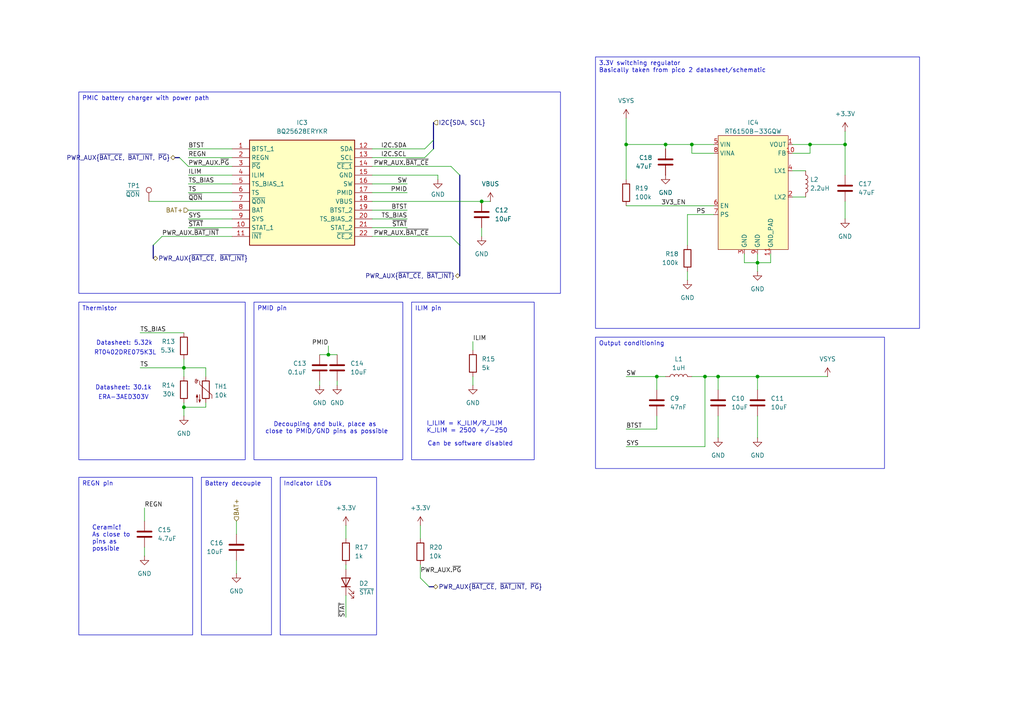
<source format=kicad_sch>
(kicad_sch (version 20250114) (generator "eeschema") (generator_version "9.0")
  (paper "A4")
  (lib_symbols
    (symbol "Connector:TestPoint" (pin_numbers (hide yes)) (pin_names (offset 0.762) (hide yes))
      (property "Reference" "TP" (at 0 6.858 0))
      (property "Value" "TestPoint" (at 0 5.08 0))
      (symbol "TestPoint_0_1"
        (circle (center 0 3.302) (radius 0.762))
      )
      (symbol "TestPoint_1_1"
        (pin passive line (at 0 0 90) (length 2.54) (name "1") (number "1"))
      )
    )
    (symbol "CustomSymbols:RT6150B-33GQW"
      (property "Reference" "IC" (at 0 3.81 0))
      (property "Value" "RT6150B-33GQW" (at 0 1.778 0))
      (symbol "RT6150B-33GQW_1_1"
        (rectangle (start -10.16 -1.27) (end 10.16 -34.29) (fill (type background)))
        (pin power_in line (at -11.43 -3.81 0) (length 1.27) (name "VIN") (number "5"))
        (pin power_in line (at -11.43 -6.35 0) (length 1.27) (name "VINA") (number "8"))
        (pin input line (at -11.43 -21.59 0) (length 1.27) (name "EN") (number "6"))
        (pin input line (at -11.43 -24.13 0) (length 1.27) (name "PS") (number "7"))
        (pin passive line (at -2.54 -35.56 90) (length 1.27) (name "GND") (number "3"))
        (pin passive line (at 1.27 -35.56 90) (length 1.27) (name "GND") (number "9"))
        (pin passive line (at 5.08 -35.56 90) (length 1.27) (name "GND_PAD") (number "11"))
        (pin power_out line (at 11.43 -3.81 180) (length 1.27) (name "VOUT") (number "1"))
        (pin input line (at 11.43 -6.35 180) (length 1.27) (name "FB") (number "10"))
        (pin passive line (at 11.43 -11.43 180) (length 1.27) (name "LX1") (number "4"))
        (pin passive line (at 11.43 -19.05 180) (length 1.27) (name "LX2") (number "2"))
      )
    )
    (symbol "Device:C" (pin_numbers (hide yes)) (pin_names (offset 0.254))
      (property "Reference" "C" (at 0.635 2.54 0))
      (property "Value" "C" (at 0.635 -2.54 0))
      (symbol "C_0_1"
        (polyline (pts (xy -2.032 0.762) (xy 2.032 0.762)) (stroke (width 0.508)))
        (polyline (pts (xy -2.032 -0.762) (xy 2.032 -0.762)) (stroke (width 0.508)))
      )
      (symbol "C_1_1"
        (pin passive line (at 0 3.81 270) (length 2.794) (name "~") (number "1"))
        (pin passive line (at 0 -3.81 90) (length 2.794) (name "~") (number "2"))
      )
    )
    (symbol "Device:L" (pin_numbers (hide yes)) (pin_names (offset 1.016) (hide yes))
      (property "Reference" "L" (at -1.27 0 90))
      (property "Value" "L" (at 1.905 0 90))
      (symbol "L_0_1"
        (arc (start 0 2.54) (mid 0.6323 1.905) (end 0 1.27))
        (arc (start 0 1.27) (mid 0.6323 0.635) (end 0 0))
        (arc (start 0 0) (mid 0.6323 -0.635) (end 0 -1.27))
        (arc (start 0 -1.27) (mid 0.6323 -1.905) (end 0 -2.54))
      )
      (symbol "L_1_1"
        (pin passive line (at 0 3.81 270) (length 1.27) (name "1") (number "1"))
        (pin passive line (at 0 -3.81 90) (length 1.27) (name "2") (number "2"))
      )
    )
    (symbol "Device:LED" (pin_numbers (hide yes)) (pin_names (offset 1.016) (hide yes))
      (property "Reference" "D" (at 0 2.54 0))
      (property "Value" "LED" (at 0 -2.54 0))
      (symbol "LED_0_1"
        (polyline (pts (xy -3.048 -0.762) (xy -4.572 -2.286) (xy -3.81 -2.286) (xy -4.572 -2.286) (xy -4.572 -1.524)))
        (polyline (pts (xy -1.778 -0.762) (xy -3.302 -2.286) (xy -2.54 -2.286) (xy -3.302 -2.286) (xy -3.302 -1.524)))
        (polyline (pts (xy -1.27 0) (xy 1.27 0)))
        (polyline (pts (xy -1.27 -1.27) (xy -1.27 1.27)) (stroke (width 0.254)))
        (polyline (pts (xy 1.27 -1.27) (xy 1.27 1.27) (xy -1.27 0) (xy 1.27 -1.27)) (stroke (width 0.254)))
      )
      (symbol "LED_1_1"
        (pin passive line (at -3.81 0 0) (length 2.54) (name "K") (number "1"))
        (pin passive line (at 3.81 0 180) (length 2.54) (name "A") (number "2"))
      )
    )
    (symbol "Device:R" (pin_numbers (hide yes)) (pin_names (offset 0))
      (property "Reference" "R" (at 2.032 0 90))
      (property "Value" "R" (at 0 0 90))
      (symbol "R_0_1"
        (rectangle (start -1.016 -2.54) (end 1.016 2.54) (stroke (width 0.254)))
      )
      (symbol "R_1_1"
        (pin passive line (at 0 3.81 270) (length 1.27) (name "~") (number "1"))
        (pin passive line (at 0 -3.81 90) (length 1.27) (name "~") (number "2"))
      )
    )
    (symbol "Device:Thermistor_NTC" (pin_numbers (hide yes)) (pin_names (offset 0))
      (property "Reference" "TH" (at -4.445 0 90))
      (property "Value" "Thermistor_NTC" (at 3.175 0 90))
      (symbol "Thermistor_NTC_0_1"
        (arc (start -3.175 2.413) (mid -3.0506 2.3165) (end -3.048 2.159))
        (arc (start -3.048 2.794) (mid -2.9736 2.9736) (end -2.794 3.048))
        (arc (start -2.794 3.048) (mid -2.6144 2.9736) (end -2.54 2.794))
        (arc (start -2.794 2.54) (mid -2.9736 2.6144) (end -3.048 2.794))
        (arc (start -2.794 1.905) (mid -2.9736 1.9794) (end -3.048 2.159))
        (arc (start -2.54 2.159) (mid -2.6144 1.9794) (end -2.794 1.905))
        (arc (start -2.159 2.794) (mid -2.434 2.5608) (end -2.794 2.54))
        (polyline (pts (xy -2.54 2.159) (xy -2.54 2.794)))
        (polyline (pts (xy -2.54 -3.683) (xy -2.54 -1.397) (xy -2.794 -2.159) (xy -2.286 -2.159) (xy -2.54 -1.397) (xy -2.54 -1.651)) (fill (type outline)))
        (polyline (pts (xy -1.778 2.54) (xy -1.778 1.524) (xy 1.778 -1.524) (xy 1.778 -2.54)))
        (polyline (pts (xy -1.778 -1.397) (xy -1.778 -3.683) (xy -2.032 -2.921) (xy -1.524 -2.921) (xy -1.778 -3.683) (xy -1.778 -3.429)) (fill (type outline)))
        (rectangle (start -1.016 2.54) (end 1.016 -2.54) (stroke (width 0.254)))
      )
      (symbol "Thermistor_NTC_1_1"
        (pin passive line (at 0 3.81 270) (length 1.27) (name "~") (number "1"))
        (pin passive line (at 0 -3.81 90) (length 1.27) (name "~") (number "2"))
      )
    )
    (symbol "SamacSys_Parts:BQ25628ERYKR"
      (property "Reference" "IC" (at 36.83 7.62 0))
      (property "Value" "BQ25628ERYKR" (at 36.83 5.08 0))
      (symbol "BQ25628ERYKR_1_1"
        (rectangle (start 5.08 2.54) (end 35.56 -27.94) (stroke (width 0.254)) (fill (type background)))
        (pin passive line (at 0 0 0) (length 5.08) (name "BTST_1") (number "1"))
        (pin passive line (at 0 -2.54 0) (length 5.08) (name "REGN") (number "2"))
        (pin passive line (at 0 -5.08 0) (length 5.08) (name "~{PG}") (number "3"))
        (pin passive line (at 0 -7.62 0) (length 5.08) (name "ILIM") (number "4"))
        (pin passive line (at 0 -10.16 0) (length 5.08) (name "TS_BIAS_1") (number "5"))
        (pin passive line (at 0 -12.7 0) (length 5.08) (name "TS") (number "6"))
        (pin passive line (at 0 -15.24 0) (length 5.08) (name "~{QON}") (number "7"))
        (pin passive line (at 0 -17.78 0) (length 5.08) (name "BAT") (number "8"))
        (pin passive line (at 0 -20.32 0) (length 5.08) (name "SYS") (number "9"))
        (pin passive line (at 0 -22.86 0) (length 5.08) (name "STAT_1") (number "10"))
        (pin passive line (at 0 -25.4 0) (length 5.08) (name "~{INT}") (number "11"))
        (pin passive line (at 40.64 0 180) (length 5.08) (name "SDA") (number "12"))
        (pin passive line (at 40.64 -2.54 180) (length 5.08) (name "SCL") (number "13"))
        (pin passive line (at 40.64 -5.08 180) (length 5.08) (name "~{CE_1}") (number "14"))
        (pin passive line (at 40.64 -7.62 180) (length 5.08) (name "GND") (number "15"))
        (pin passive line (at 40.64 -10.16 180) (length 5.08) (name "SW") (number "16"))
        (pin passive line (at 40.64 -12.7 180) (length 5.08) (name "PMID") (number "17"))
        (pin passive line (at 40.64 -15.24 180) (length 5.08) (name "VBUS") (number "18"))
        (pin passive line (at 40.64 -17.78 180) (length 5.08) (name "BTST_2") (number "19"))
        (pin passive line (at 40.64 -20.32 180) (length 5.08) (name "TS_BIAS_2") (number "20"))
        (pin passive line (at 40.64 -22.86 180) (length 5.08) (name "STAT_2") (number "21"))
        (pin passive line (at 40.64 -25.4 180) (length 5.08) (name "~{CE_2}") (number "22"))
      )
    )
    (symbol "power:+3.3V" (power) (pin_numbers (hide yes)) (pin_names (offset 0) (hide yes))
      (property "Value" "+3.3V" (at 0 3.556 0))
      (symbol "+3.3V_0_1"
        (polyline (pts (xy -0.762 1.27) (xy 0 2.54)))
        (polyline (pts (xy 0 2.54) (xy 0.762 1.27)))
        (polyline (pts (xy 0 0) (xy 0 2.54)))
      )
      (symbol "+3.3V_1_1"
        (pin power_in line (at 0 0 90) (length 0) (name "~") (number "1"))
      )
    )
    (symbol "power:GND" (power) (pin_numbers (hide yes)) (pin_names (offset 0) (hide yes))
      (property "Value" "GND" (at 0 -3.81 0))
      (symbol "GND_0_1"
        (polyline (pts (xy 0 0) (xy 0 -1.27) (xy 1.27 -1.27) (xy 0 -2.54) (xy -1.27 -1.27) (xy 0 -1.27)))
      )
      (symbol "GND_1_1"
        (pin power_in line (at 0 0 270) (length 0) (name "~") (number "1"))
      )
    )
    (symbol "power:VBUS" (power) (pin_numbers (hide yes)) (pin_names (offset 0) (hide yes))
      (property "Value" "VBUS" (at 0 3.556 0))
      (symbol "VBUS_0_1"
        (polyline (pts (xy -0.762 1.27) (xy 0 2.54)))
        (polyline (pts (xy 0 2.54) (xy 0.762 1.27)))
        (polyline (pts (xy 0 0) (xy 0 2.54)))
      )
      (symbol "VBUS_1_1"
        (pin power_in line (at 0 0 90) (length 0) (name "~") (number "1"))
      )
    )
  )
  (text "Can be software disabled" (at 136.398 128.778 0) (effects (font (size 1.27 1.27))))
  (text "I_ILIM = K_ILIM/R_ILIM\nK_ILIM = 2500 +/-250 " (at 123.698 123.952 0) (effects (font (size 1.27 1.27)) (justify left)))
  (text "Datasheet: 30.1k" (at 35.814 112.522 0) (effects (font (size 1.27 1.27))))
  (text "Ceramic!\nAs close to \npins as \npossible" (at 26.67 160.02 0) (effects (font (size 1.27 1.27)) (justify left bottom)))
  (text "RT0402DRE075K3L" (at 36.322 102.362 0) (effects (font (size 1.27 1.27))))
  (text "Decoupling and bulk, place as \nclose to PMID/GND pins as possible" (at 94.742 124.206 0) (effects (font (size 1.27 1.27))))
  (text "Datasheet: 5.32k" (at 36.068 99.568 0) (effects (font (size 1.27 1.27))))
  (text "ERA-3AED303V" (at 35.814 115.316 0) (effects (font (size 1.27 1.27))))
  (text_box "3.3V switching regulator\nBasically taken from pico 2 datasheet/schematic" (at 172.72 16.51 0) (size 93.98 78.74) (margins 0.9525 0.9525 0.9525 0.9525) (effects (font (size 1.27 1.27)) (justify left top)))
  (text_box "Battery decouple" (at 58.42 138.43 0) (size 20.32 45.72) (margins 0.9525 0.9525 0.9525 0.9525) (effects (font (size 1.27 1.27)) (justify left top)))
  (text_box "Thermistor" (at 22.86 87.63 0) (size 48.26 45.72) (margins 0.9525 0.9525 0.9525 0.9525) (effects (font (size 1.27 1.27)) (justify left top)))
  (text_box "PMID pin" (at 73.66 87.63 0) (size 43.18 45.72) (margins 0.9525 0.9525 0.9525 0.9525) (effects (font (size 1.27 1.27)) (justify left top)))
  (text_box "PMIC battery charger with power path" (at 22.86 26.67 0) (size 139.7 58.42) (margins 0.9525 0.9525 0.9525 0.9525) (effects (font (size 1.27 1.27)) (justify left top)))
  (text_box "REGN pin" (at 22.86 138.43 0) (size 33.02 45.72) (margins 0.9525 0.9525 0.9525 0.9525) (effects (font (size 1.27 1.27)) (justify left top)))
  (text_box "Indicator LEDs" (at 81.28 138.43 0) (size 27.94 45.72) (margins 0.9525 0.9525 0.9525 0.9525) (effects (font (size 1.27 1.27)) (justify left top)))
  (text_box "ILIM pin" (at 119.38 87.63 0) (size 35.56 45.72) (margins 0.9525 0.9525 0.9525 0.9525) (effects (font (size 1.27 1.27)) (justify left top)))
  (text_box "Output conditioning" (at 172.72 97.79 0) (size 83.82 38.1) (margins 0.9525 0.9525 0.9525 0.9525) (effects (font (size 1.27 1.27)) (justify left top)))
  (junction (at 190.5 109.22))
  (junction (at 181.61 41.91))
  (junction (at 208.28 109.22))
  (junction (at 219.71 76.2))
  (junction (at 219.71 109.22))
  (junction (at 53.34 118.11))
  (junction (at 200.66 41.91))
  (junction (at 204.47 109.22))
  (junction (at 245.11 41.91))
  (junction (at 234.95 41.91))
  (junction (at 53.34 106.68))
  (junction (at 193.04 41.91))
  (junction (at 95.25 102.87))
  (junction (at 139.7 58.42))
  (bus_entry (at 130.81 68.58) (size 2.54 2.54))
  (bus_entry (at 52.07 45.72) (size 2.54 2.54))
  (bus_entry (at 130.81 48.26) (size 2.54 2.54))
  (bus_entry (at 124.46 170.18) (size -2.54 -2.54))
  (bus_entry (at 123.19 43.18) (size 2.54 -2.54))
  (bus_entry (at 123.19 45.72) (size 2.54 -2.54))
  (bus_entry (at 44.45 71.12) (size 2.54 -2.54))
  (bus (pts (xy 44.45 71.12) (xy 44.45 74.93)))
  (wire (pts (xy 40.64 96.52) (xy 53.34 96.52)))
  (bus (pts (xy 124.46 170.18) (xy 125.73 170.18)))
  (wire (pts (xy 229.87 41.91) (xy 234.95 41.91)))
  (wire (pts (xy 190.5 109.22) (xy 190.5 113.03)))
  (wire (pts (xy 121.92 163.83) (xy 121.92 167.64)))
  (wire (pts (xy 200.66 41.91) (xy 207.01 41.91)))
  (wire (pts (xy 219.71 109.22) (xy 219.71 113.03)))
  (bus (pts (xy 133.35 50.8) (xy 133.35 71.12)))
  (wire (pts (xy 200.66 41.91) (xy 200.66 44.45)))
  (wire (pts (xy 41.91 158.75) (xy 41.91 161.29)))
  (wire (pts (xy 181.61 129.54) (xy 204.47 129.54)))
  (wire (pts (xy 193.04 41.91) (xy 193.04 43.18)))
  (wire (pts (xy 100.33 163.83) (xy 100.33 165.1)))
  (wire (pts (xy 181.61 109.22) (xy 190.5 109.22)))
  (wire (pts (xy 53.34 116.84) (xy 53.34 118.11)))
  (wire (pts (xy 181.61 124.46) (xy 190.5 124.46)))
  (wire (pts (xy 190.5 109.22) (xy 193.04 109.22)))
  (wire (pts (xy 54.61 45.72) (xy 67.31 45.72)))
  (wire (pts (xy 92.71 110.49) (xy 92.71 111.76)))
  (wire (pts (xy 181.61 59.69) (xy 207.01 59.69)))
  (wire (pts (xy 121.92 152.4) (xy 121.92 156.21)))
  (wire (pts (xy 53.34 118.11) (xy 53.34 120.65)))
  (wire (pts (xy 137.16 109.22) (xy 137.16 111.76)))
  (wire (pts (xy 54.61 48.26) (xy 67.31 48.26)))
  (wire (pts (xy 229.87 44.45) (xy 234.95 44.45)))
  (wire (pts (xy 234.95 44.45) (xy 234.95 41.91)))
  (wire (pts (xy 54.61 55.88) (xy 67.31 55.88)))
  (wire (pts (xy 43.18 58.42) (xy 67.31 58.42)))
  (wire (pts (xy 137.16 99.06) (xy 137.16 101.6)))
  (wire (pts (xy 215.9 73.66) (xy 215.9 76.2)))
  (wire (pts (xy 107.95 45.72) (xy 123.19 45.72)))
  (wire (pts (xy 223.52 73.66) (xy 223.52 76.2)))
  (bus (pts (xy 52.07 45.72) (xy 50.8 45.72)))
  (wire (pts (xy 107.95 53.34) (xy 118.11 53.34)))
  (bus (pts (xy 125.73 40.64) (xy 125.73 35.56)))
  (wire (pts (xy 200.66 44.45) (xy 207.01 44.45)))
  (wire (pts (xy 204.47 129.54) (xy 204.47 109.22)))
  (wire (pts (xy 208.28 120.65) (xy 208.28 127)))
  (wire (pts (xy 107.95 68.58) (xy 130.81 68.58)))
  (wire (pts (xy 68.58 162.56) (xy 68.58 166.37)))
  (wire (pts (xy 54.61 53.34) (xy 67.31 53.34)))
  (wire (pts (xy 54.61 50.8) (xy 67.31 50.8)))
  (wire (pts (xy 97.79 110.49) (xy 97.79 111.76)))
  (wire (pts (xy 54.61 63.5) (xy 67.31 63.5)))
  (wire (pts (xy 234.95 41.91) (xy 245.11 41.91)))
  (wire (pts (xy 229.87 57.15) (xy 233.68 57.15)))
  (bus (pts (xy 133.35 71.12) (xy 133.35 80.01)))
  (wire (pts (xy 181.61 34.29) (xy 181.61 41.91)))
  (bus (pts (xy 125.73 43.18) (xy 125.73 40.64)))
  (wire (pts (xy 181.61 41.91) (xy 193.04 41.91)))
  (wire (pts (xy 199.39 62.23) (xy 207.01 62.23)))
  (wire (pts (xy 95.25 100.33) (xy 95.25 102.87)))
  (wire (pts (xy 54.61 43.18) (xy 67.31 43.18)))
  (wire (pts (xy 204.47 109.22) (xy 208.28 109.22)))
  (wire (pts (xy 245.11 58.42) (xy 245.11 63.5)))
  (wire (pts (xy 219.71 109.22) (xy 240.03 109.22)))
  (wire (pts (xy 53.34 106.68) (xy 53.34 109.22)))
  (wire (pts (xy 219.71 120.65) (xy 219.71 127)))
  (wire (pts (xy 107.95 50.8) (xy 127 50.8)))
  (wire (pts (xy 40.64 106.68) (xy 53.34 106.68)))
  (wire (pts (xy 199.39 71.12) (xy 199.39 62.23)))
  (wire (pts (xy 53.34 106.68) (xy 59.69 106.68)))
  (wire (pts (xy 54.61 60.96) (xy 67.31 60.96)))
  (wire (pts (xy 193.04 41.91) (xy 200.66 41.91)))
  (wire (pts (xy 100.33 152.4) (xy 100.33 156.21)))
  (wire (pts (xy 215.9 76.2) (xy 219.71 76.2)))
  (wire (pts (xy 181.61 41.91) (xy 181.61 52.07)))
  (wire (pts (xy 107.95 48.26) (xy 130.81 48.26)))
  (wire (pts (xy 107.95 60.96) (xy 118.11 60.96)))
  (wire (pts (xy 53.34 104.14) (xy 53.34 106.68)))
  (wire (pts (xy 107.95 66.04) (xy 118.11 66.04)))
  (wire (pts (xy 127 50.8) (xy 127 52.07)))
  (wire (pts (xy 54.61 66.04) (xy 67.31 66.04)))
  (wire (pts (xy 59.69 116.84) (xy 59.69 118.11)))
  (wire (pts (xy 107.95 55.88) (xy 118.11 55.88)))
  (wire (pts (xy 92.71 102.87) (xy 95.25 102.87)))
  (wire (pts (xy 107.95 43.18) (xy 123.19 43.18)))
  (wire (pts (xy 95.25 102.87) (xy 97.79 102.87)))
  (wire (pts (xy 68.58 151.13) (xy 68.58 154.94)))
  (wire (pts (xy 41.91 147.32) (xy 41.91 151.13)))
  (wire (pts (xy 59.69 118.11) (xy 53.34 118.11)))
  (wire (pts (xy 245.11 38.1) (xy 245.11 41.91)))
  (wire (pts (xy 139.7 58.42) (xy 142.24 58.42)))
  (wire (pts (xy 190.5 124.46) (xy 190.5 120.65)))
  (wire (pts (xy 199.39 78.74) (xy 199.39 81.28)))
  (wire (pts (xy 219.71 76.2) (xy 219.71 78.74)))
  (wire (pts (xy 107.95 58.42) (xy 139.7 58.42)))
  (wire (pts (xy 245.11 41.91) (xy 245.11 50.8)))
  (wire (pts (xy 59.69 106.68) (xy 59.69 109.22)))
  (wire (pts (xy 219.71 73.66) (xy 219.71 76.2)))
  (wire (pts (xy 223.52 76.2) (xy 219.71 76.2)))
  (wire (pts (xy 208.28 109.22) (xy 219.71 109.22)))
  (wire (pts (xy 139.7 66.04) (xy 139.7 68.58)))
  (wire (pts (xy 46.99 68.58) (xy 67.31 68.58)))
  (wire (pts (xy 100.33 172.72) (xy 100.33 179.07)))
  (wire (pts (xy 107.95 63.5) (xy 118.11 63.5)))
  (wire (pts (xy 200.66 109.22) (xy 204.47 109.22)))
  (wire (pts (xy 208.28 109.22) (xy 208.28 113.03)))
  (wire (pts (xy 229.87 49.53) (xy 233.68 49.53)))
  (label "PMID" (at 118.11 55.88 180))
  (label "TS" (at 40.64 106.68 0))
  (label "REGN" (at 41.91 147.32 0))
  (label "PMID" (at 95.25 100.33 180))
  (label "PWR_AUX.~{PG}" (at 121.92 166.37 0))
  (label "REGN" (at 54.61 45.72 0))
  (label "~{STAT}" (at 54.61 66.04 0))
  (label "PWR_AUX.~{BAT_CE}" (at 124.46 68.58 180))
  (label "3V3_EN" (at 191.77 59.69 0))
  (label "~{QON}" (at 54.61 58.42 0))
  (label "BTST" (at 181.61 124.46 0))
  (label "PWR_AUX.~{BAT_CE}" (at 124.46 48.26 180))
  (label "SYS" (at 54.61 63.5 0))
  (label "BTST" (at 54.61 43.18 0))
  (label "~{STAT}" (at 118.11 66.04 180))
  (label "SYS" (at 181.61 129.54 0))
  (label "ILIM" (at 54.61 50.8 0))
  (label "SW" (at 118.11 53.34 180))
  (label "PS" (at 201.93 62.23 0))
  (label "TS_BIAS" (at 118.11 63.5 180))
  (label "TS_BIAS" (at 54.61 53.34 0))
  (label "TS" (at 54.61 55.88 0))
  (label "I2C.SCL" (at 110.49 45.72 0))
  (label "PWR_AUX.~{BAT_INT}" (at 46.99 68.58 0))
  (label "ILIM" (at 137.16 99.06 0))
  (label "SW" (at 181.61 109.22 0))
  (label "PWR_AUX.~{PG}" (at 54.61 48.26 0))
  (label "BTST" (at 118.11 60.96 180))
  (label "~{STAT}" (at 100.33 179.07 90))
  (label "I2C.SDA" (at 110.49 43.18 0))
  (label "TS_BIAS" (at 40.64 96.52 0))
  (hierarchical_label "BAT+" (shape input) (at 54.61 60.96 180))
  (hierarchical_label "I2C{SDA, SCL}" (shape input) (at 125.73 35.56 0))
  (hierarchical_label "PWR_AUX{~{BAT_CE}, ~{BAT_INT}}" (shape bidirectional) (at 44.45 74.93 0))
  (hierarchical_label "BAT+" (shape input) (at 68.58 151.13 90))
  (hierarchical_label "PWR_AUX{~{BAT_CE}, ~{BAT_INT}, ~{PG}}" (shape bidirectional) (at 50.8 45.72 180))
  (hierarchical_label "PWR_AUX{~{BAT_CE}, ~{BAT_INT}, ~{PG}}" (shape bidirectional) (at 125.73 170.18 0))
  (hierarchical_label "PWR_AUX{~{BAT_CE}, ~{BAT_INT}}" (shape bidirectional) (at 133.35 80.01 180))
  (symbol (lib_id "Device:R") (at 53.34 113.03 0) (mirror y) (unit 1)
    (property "Reference" "R14" (at 50.8 111.7599 0) (effects (justify left)))
    (property "Value" "30k" (at 50.8 114.2999 0) (effects (justify left)))
    (property "Footprint" "Resistor_SMD:R_0603_1608Metric" (effects (hide yes)))
    (property "Description" "Resistor" (effects (hide yes)))
  )
  (symbol (lib_id "power:GND") (at 219.71 78.74 0) (unit 1)
    (property "Reference" "#PWR043" (effects (hide yes)))
    (property "Value" "GND" (at 219.71 83.82 0))
    (property "Description" "Power symbol creates a global label with name \"GND\" , ground" (effects (hide yes)))
  )
  (symbol (lib_id "Device:L") (at 233.68 53.34 0) (unit 1)
    (property "Reference" "L2" (at 234.95 52.0699 0) (effects (justify left)))
    (property "Value" "2.2uH" (at 234.95 54.6099 0) (effects (justify left)))
    (property "Footprint" "Inductor_SMD:L_0805_2012Metric" (effects (hide yes)))
    (property "Description" "Inductor" (effects (hide yes)))
  )
  (symbol (lib_id "power:GND") (at 193.04 50.8 0) (unit 1)
    (property "Reference" "#PWR073" (effects (hide yes)))
    (property "Value" "GND" (at 193.04 55.88 0))
    (property "Description" "Power symbol creates a global label with name \"GND\" , ground" (effects (hide yes)))
  )
  (symbol (lib_id "Device:C") (at 193.04 46.99 0) (mirror y) (unit 1)
    (property "Reference" "C18" (at 189.23 45.7199 0) (effects (justify left)))
    (property "Value" "47uF" (at 189.23 48.2599 0) (effects (justify left)))
    (property "Footprint" "Capacitor_SMD:C_0805_2012Metric" (effects (hide yes)))
    (property "Description" "Unpolarized capacitor" (effects (hide yes)))
    (property "Tolerance" "20%" (effects (hide yes)))
    (property "Material" "X5R" (effects (hide yes)))
  )
  (symbol (lib_id "Connector:TestPoint") (at 43.18 58.42 0) (unit 1)
    (property "Reference" "TP1" (at 40.64 53.8479 0) (effects (justify right)))
    (property "Value" "~{QON}" (at 40.64 56.3879 0) (effects (justify right)))
    (property "Footprint" "TestPoint:TestPoint_Pad_2.5x2.5mm" (effects (hide yes)))
    (property "Description" "test point" (effects (hide yes)))
  )
  (symbol (lib_id "Device:C") (at 245.11 54.61 0) (unit 1)
    (property "Reference" "C17" (at 248.92 53.3399 0) (effects (justify left)))
    (property "Value" "47uF" (at 248.92 55.8799 0) (effects (justify left)))
    (property "Footprint" "Capacitor_SMD:C_0805_2012Metric" (effects (hide yes)))
    (property "Description" "Unpolarized capacitor" (effects (hide yes)))
    (property "Tolerance" "20%" (effects (hide yes)))
    (property "Material" "X5R" (effects (hide yes)))
  )
  (symbol (lib_id "power:+3.3V") (at 121.92 152.4 0) (unit 1)
    (property "Reference" "#PWR077" (effects (hide yes)))
    (property "Value" "+3.3V" (at 121.92 147.32 0))
    (property "Description" "Power symbol creates a global label with name \"+3.3V\"" (effects (hide yes)))
  )
  (symbol (lib_id "Device:R") (at 100.33 160.02 0) (mirror y) (unit 1)
    (property "Reference" "R17" (at 102.87 158.7499 0) (effects (justify right)))
    (property "Value" "1k" (at 102.87 161.2899 0) (effects (justify right)))
    (property "Footprint" "Resistor_SMD:R_0402_1005Metric" (effects (hide yes)))
    (property "Description" "Resistor" (effects (hide yes)))
  )
  (symbol (lib_id "Device:C") (at 41.91 154.94 0) (unit 1)
    (property "Reference" "C15" (at 45.72 153.67 0) (effects (justify left)))
    (property "Value" "4.7uF" (at 45.72 156.21 0) (effects (justify left)))
    (property "Footprint" "Capacitor_SMD:C_0603_1608Metric" (effects (hide yes)))
  )
  (symbol (lib_id "SamacSys_Parts:BQ25628ERYKR") (at 67.31 43.18 0) (unit 1)
    (property "Reference" "IC3" (at 87.63 35.56 0))
    (property "Value" "BQ25628ERYKR" (at 87.63 38.1 0))
    (property "Footprint" "SamacSys_Parts:BQ25628ERYKR" (effects (hide yes)))
    (property "Datasheet" "https://www.ti.com/lit/gpn/bq25628e" (effects (hide yes)))
    (property "Description" "Battery Management IC controlled single-cell 2-A buck battery charger with up to 18-V input and ADC" (effects (hide yes)))
    (property "Height" "0.8" (effects (hide yes)))
    (property "Mouser Part Number" "595-BQ25628ERYKR" (effects (hide yes)))
    (property "Mouser Price/Stock" "https://www.mouser.co.uk/ProductDetail/Texas-Instruments/BQ25628ERYKR?qs=1Kr7Jg1SGW98W%252BeGFQ305w%3D%3D" (effects (hide yes)))
    (property "Manufacturer_Name" "Texas Instruments" (effects (hide yes)))
    (property "Manufacturer_Part_Number" "BQ25628ERYKR" (effects (hide yes)))
  )
  (symbol (lib_id "power:GND") (at 68.58 166.37 0) (unit 1)
    (property "Reference" "#PWR039" (effects (hide yes)))
    (property "Value" "GND" (at 68.58 171.45 0))
  )
  (symbol (lib_id "power:+3.3V") (at 245.11 38.1 0) (unit 1)
    (property "Reference" "#PWR042" (effects (hide yes)))
    (property "Value" "+3.3V" (at 245.11 33.02 0))
    (property "Description" "Power symbol creates a global label with name \"+3.3V\"" (effects (hide yes)))
  )
  (symbol (lib_id "Device:R") (at 53.34 100.33 0) (mirror y) (unit 1)
    (property "Reference" "R13" (at 50.8 99.0599 0) (effects (justify left)))
    (property "Value" "5.3k" (at 50.8 101.5999 0) (effects (justify left)))
    (property "Footprint" "Resistor_SMD:R_0402_1005Metric" (effects (hide yes)))
    (property "Description" "Resistor" (effects (hide yes)))
  )
  (symbol (lib_id "power:GND") (at 53.34 120.65 0) (unit 1)
    (property "Reference" "#PWR030" (effects (hide yes)))
    (property "Value" "GND" (at 53.34 125.73 0))
  )
  (symbol (lib_id "Device:R") (at 121.92 160.02 0) (mirror y) (unit 1)
    (property "Reference" "R20" (at 124.46 158.7499 0) (effects (justify right)))
    (property "Value" "10k" (at 124.46 161.2899 0) (effects (justify right)))
    (property "Footprint" "Resistor_SMD:R_0402_1005Metric" (effects (hide yes)))
    (property "Description" "Resistor" (effects (hide yes)))
  )
  (symbol (lib_id "Device:Thermistor_NTC") (at 59.69 113.03 0) (unit 1)
    (property "Reference" "TH1" (at 62.23 112.0774 0) (effects (justify left)))
    (property "Value" "10k" (at 62.23 114.6174 0) (effects (justify left)))
    (property "Footprint" "CustomFootprints:R_0402_1005Metric_Sunken" (effects (hide yes)))
    (property "Description" "Temperature dependent resistor, negative temperature coefficient" (effects (hide yes)))
  )
  (symbol (lib_id "Device:R") (at 137.16 105.41 0) (unit 1)
    (property "Reference" "R15" (at 139.7 104.1399 0) (effects (justify left)))
    (property "Value" "5k" (at 139.7 106.6799 0) (effects (justify left)))
    (property "Footprint" "Resistor_SMD:R_0402_1005Metric" (effects (hide yes)))
  )
  (symbol (lib_id "power:GND") (at 245.11 63.5 0) (unit 1)
    (property "Reference" "#PWR046" (effects (hide yes)))
    (property "Value" "GND" (at 245.11 68.58 0))
    (property "Description" "Power symbol creates a global label with name \"GND\" , ground" (effects (hide yes)))
  )
  (symbol (lib_id "power:GND") (at 219.71 127 0) (unit 1)
    (property "Reference" "#PWR032" (effects (hide yes)))
    (property "Value" "GND" (at 219.71 132.08 0))
  )
  (symbol (lib_id "Device:R") (at 199.39 74.93 0) (unit 1)
    (property "Reference" "R18" (at 196.85 73.6599 0) (effects (justify right)))
    (property "Value" "100k" (at 196.85 76.1999 0) (effects (justify right)))
    (property "Footprint" "Resistor_SMD:R_0603_1608Metric" (effects (hide yes)))
    (property "Description" "Resistor" (effects (hide yes)))
  )
  (symbol (lib_id "Device:C") (at 68.58 158.75 0) (unit 1)
    (property "Reference" "C16" (at 64.77 157.4799 0) (effects (justify right)))
    (property "Value" "10uF" (at 64.77 160.0199 0) (effects (justify right)))
    (property "Footprint" "Capacitor_SMD:C_0603_1608Metric" (effects (hide yes)))
    (property "Description" "Unpolarized capacitor" (effects (hide yes)))
  )
  (symbol (lib_id "power:GND") (at 41.91 161.29 0) (unit 1)
    (property "Reference" "#PWR038" (effects (hide yes)))
    (property "Value" "GND" (at 41.91 166.37 0))
  )
  (symbol (lib_id "power:GND") (at 199.39 81.28 0) (unit 1)
    (property "Reference" "#PWR044" (effects (hide yes)))
    (property "Value" "GND" (at 199.39 86.36 0))
    (property "Description" "Power symbol creates a global label with name \"GND\" , ground" (effects (hide yes)))
  )
  (symbol (lib_id "Device:C") (at 92.71 106.68 0) (unit 1)
    (property "Reference" "C13" (at 88.9 105.4099 0) (effects (justify right)))
    (property "Value" "0.1uF" (at 88.9 107.9499 0) (effects (justify right)))
    (property "Footprint" "Capacitor_SMD:C_0402_1005Metric" (effects (hide yes)))
    (property "Description" "Unpolarized capacitor" (effects (hide yes)))
  )
  (symbol (lib_id "Device:LED") (at 100.33 168.91 90) (unit 1)
    (property "Reference" "D2" (at 104.14 169.2274 90) (effects (justify right)))
    (property "Value" "~{STAT}" (at 104.14 171.7674 90) (effects (justify right)))
    (property "Footprint" "LED_SMD:LED_0402_1005Metric" (effects (hide yes)))
    (property "Description" "Light emitting diode" (effects (hide yes)))
    (property "Sim.Pins" "1=K 2=A" (effects (hide yes)))
  )
  (symbol (lib_id "Device:C") (at 97.79 106.68 0) (unit 1)
    (property "Reference" "C14" (at 101.6 105.41 0) (effects (justify left)))
    (property "Value" "10uF" (at 101.6 107.95 0) (effects (justify left)))
    (property "Footprint" "Capacitor_SMD:C_0603_1608Metric" (effects (hide yes)))
  )
  (symbol (lib_id "power:GND") (at 137.16 111.76 0) (unit 1)
    (property "Reference" "#PWR037" (effects (hide yes)))
    (property "Value" "GND" (at 137.16 116.84 0))
  )
  (symbol (lib_id "CustomSymbols:RT6150B-33GQW") (at 218.44 38.1 0) (unit 1)
    (property "Reference" "IC4" (at 218.44 35.56 0))
    (property "Value" "RT6150B-33GQW" (at 218.44 38.1 0))
    (property "Footprint" "SamacSys_Parts:SON50P250X250X80-11N-D" (effects (hide yes)))
  )
  (symbol (lib_id "Device:C") (at 219.71 116.84 0) (unit 1)
    (property "Reference" "C11" (at 223.52 115.5699 0) (effects (justify left)))
    (property "Value" "10uF" (at 223.52 118.1099 0) (effects (justify left)))
    (property "Footprint" "Capacitor_SMD:C_0603_1608Metric" (effects (hide yes)))
    (property "Description" "Unpolarized capacitor" (effects (hide yes)))
  )
  (symbol (lib_id "Device:L") (at 196.85 109.22 90) (unit 1)
    (property "Reference" "L1" (at 196.85 104.14 90))
    (property "Value" "1uH" (at 196.85 106.68 90))
    (property "Footprint" "Inductor_SMD:L_0603_1608Metric" (effects (hide yes)))
  )
  (symbol (lib_id "Device:C") (at 139.7 62.23 0) (unit 1)
    (property "Reference" "C12" (at 143.51 60.9599 0) (effects (justify left)))
    (property "Value" "10uF" (at 143.51 63.4999 0) (effects (justify left)))
    (property "Footprint" "Capacitor_SMD:C_0603_1608Metric" (effects (hide yes)))
  )
  (symbol (lib_id "power:GND") (at 92.71 111.76 0) (unit 1)
    (property "Reference" "#PWR035" (effects (hide yes)))
    (property "Value" "GND" (at 92.71 116.84 0))
  )
  (symbol (lib_id "power:GND") (at 208.28 127 0) (unit 1)
    (property "Reference" "#PWR031" (effects (hide yes)))
    (property "Value" "GND" (at 208.28 132.08 0))
  )
  (symbol (lib_id "power:GND") (at 127 52.07 0) (unit 1)
    (property "Reference" "#PWR028" (effects (hide yes)))
    (property "Value" "GND" (at 127 56.388 0))
    (property "Description" "Power symbol creates a global label with name \"GND\" , ground" (effects (hide yes)))
  )
  (symbol (lib_id "power:VBUS") (at 142.24 58.42 0) (unit 1)
    (property "Reference" "#PWR029" (effects (hide yes)))
    (property "Value" "VBUS" (at 142.24 53.34 0))
    (property "Description" "Power symbol creates a global label with name \"VBUS\"" (effects (hide yes)))
  )
  (symbol (lib_id "Device:C") (at 208.28 116.84 0) (unit 1)
    (property "Reference" "C10" (at 212.09 115.5699 0) (effects (justify left)))
    (property "Value" "10uF" (at 212.09 118.1099 0) (effects (justify left)))
    (property "Footprint" "Capacitor_SMD:C_0603_1608Metric" (effects (hide yes)))
    (property "Description" "Unpolarized capacitor" (effects (hide yes)))
  )
  (symbol (lib_id "Device:R") (at 181.61 55.88 0) (mirror y) (unit 1)
    (property "Reference" "R19" (at 184.15 54.6099 0) (effects (justify right)))
    (property "Value" "100k" (at 184.15 57.1499 0) (effects (justify right)))
    (property "Footprint" "Resistor_SMD:R_0603_1608Metric" (effects (hide yes)))
    (property "Description" "Resistor" (effects (hide yes)))
  )
  (symbol (lib_id "power:GND") (at 139.7 68.58 0) (unit 1)
    (property "Reference" "#PWR034" (effects (hide yes)))
    (property "Value" "GND" (at 139.7 73.66 0))
  )
  (symbol (lib_id "power:GND") (at 97.79 111.76 0) (unit 1)
    (property "Reference" "#PWR036" (effects (hide yes)))
    (property "Value" "GND" (at 97.79 116.84 0))
  )
  (symbol (lib_id "power:+3.3V") (at 100.33 152.4 0) (unit 1)
    (property "Reference" "#PWR041" (effects (hide yes)))
    (property "Value" "+3.3V" (at 100.33 147.32 0))
    (property "Description" "Power symbol creates a global label with name \"+3.3V\"" (effects (hide yes)))
  )
  (symbol (lib_id "power:VBUS") (at 181.61 34.29 0) (unit 1)
    (property "Reference" "#PWR045" (effects (hide yes)))
    (property "Value" "VSYS" (at 181.61 29.21 0))
    (property "Description" "Power symbol creates a global label with name \"VBUS\"" (effects (hide yes)))
  )
  (symbol (lib_id "Device:C") (at 190.5 116.84 0) (unit 1)
    (property "Reference" "C9" (at 194.31 115.57 0) (effects (justify left)))
    (property "Value" "47nF" (at 194.31 118.11 0) (effects (justify left)))
    (property "Footprint" "Capacitor_SMD:C_0603_1608Metric" (effects (hide yes)))
  )
  (symbol (lib_id "power:VBUS") (at 240.03 109.22 0) (unit 1)
    (property "Reference" "#PWR033" (effects (hide yes)))
    (property "Value" "VSYS" (at 240.03 104.14 0))
    (property "Description" "Power symbol creates a global label with name \"VBUS\"" (effects (hide yes)))
  )
)
</source>
